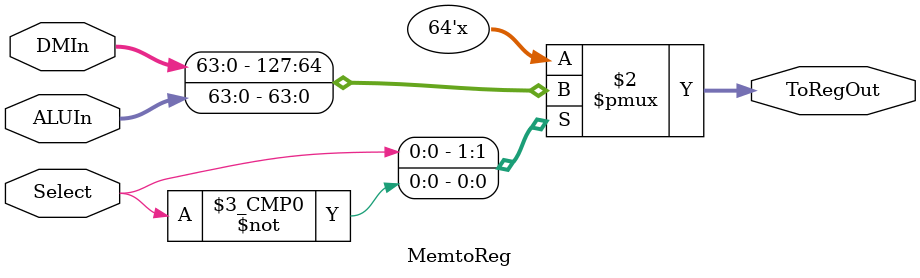
<source format=v>
`timescale 1ns / 1ps
module MemtoReg(
	input [63:0] DMIn,
	input [63:0] ALUIn,
	input Select,
	output reg [63:0] ToRegOut
    );
	 
	 always @ (DMIn,ALUIn,Select)
		case(Select)
			1: ToRegOut <= DMIn;
			0: ToRegOut <= ALUIn;
		endcase
endmodule

</source>
